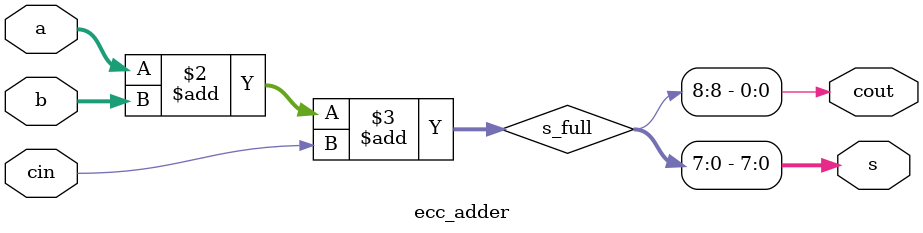
<source format=sv>

module ecc_adder #(
    parameter N      = 8
)
(
    // DATA PORT
    input  wire [N-1:0]  a,
    input  wire [N-1:0]  b,
    input  wire          cin,
    output wire [N-1:0]  s,
    output wire          cout
);

    logic [N : 0]   s_full;

    always_comb begin
        s_full = a + b + cin;
    end
        
    assign s = s_full[N-1 : 0];
    assign cout = s_full[N];

endmodule

</source>
